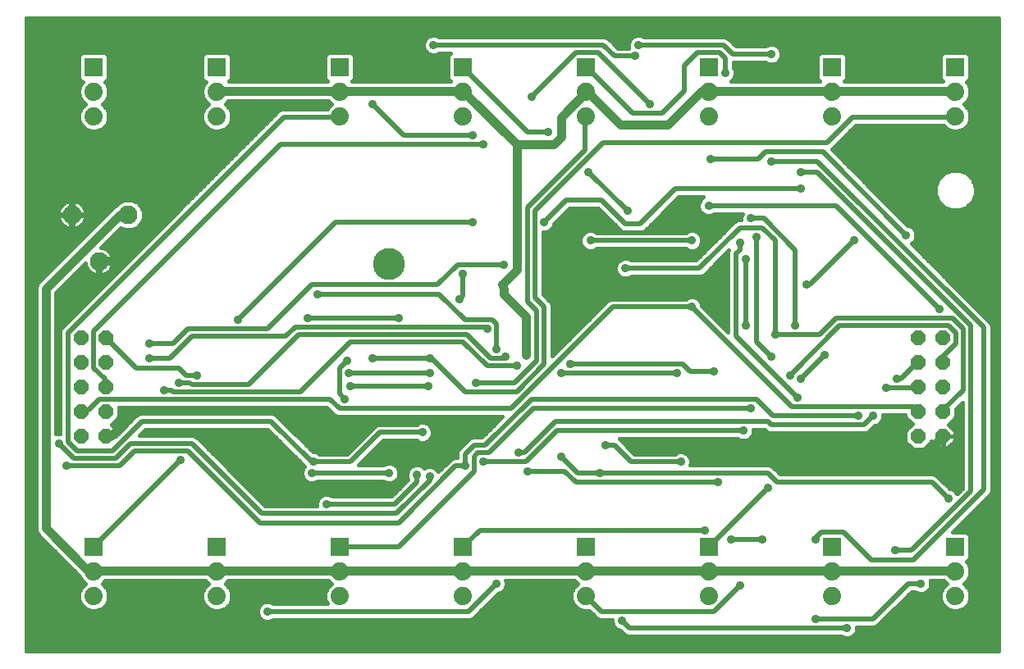
<source format=gbl>
G75*
%MOIN*%
%OFA0B0*%
%FSLAX25Y25*%
%IPPOS*%
%LPD*%
%AMOC8*
5,1,8,0,0,1.08239X$1,22.5*
%
%ADD10C,0.13000*%
%ADD11OC8,0.06000*%
%ADD12R,0.07400X0.07400*%
%ADD13C,0.07400*%
%ADD14C,0.07677*%
%ADD15C,0.03500*%
%ADD16C,0.03500*%
%ADD17C,0.01600*%
%ADD18C,0.02000*%
D10*
X0165000Y0161800D03*
D11*
X0050000Y0131800D03*
X0040000Y0131800D03*
X0040000Y0121800D03*
X0050000Y0121800D03*
X0050000Y0111800D03*
X0040000Y0111800D03*
X0040000Y0101800D03*
X0050000Y0101800D03*
X0050000Y0091800D03*
X0040000Y0091800D03*
X0380000Y0091800D03*
X0390000Y0091800D03*
X0390000Y0101800D03*
X0380000Y0101800D03*
X0380000Y0111800D03*
X0390000Y0111800D03*
X0390000Y0121800D03*
X0380000Y0121800D03*
X0380000Y0131800D03*
X0390000Y0131800D03*
D12*
X0395000Y0046800D03*
X0345000Y0046800D03*
X0295000Y0046800D03*
X0245000Y0046800D03*
X0195000Y0046800D03*
X0145000Y0046800D03*
X0095000Y0046800D03*
X0045000Y0046800D03*
X0045000Y0241800D03*
X0095000Y0241800D03*
X0145000Y0241800D03*
X0195000Y0241800D03*
X0245000Y0241800D03*
X0295000Y0241800D03*
X0345000Y0241800D03*
X0395000Y0241800D03*
D13*
X0395000Y0231800D03*
X0395000Y0221800D03*
X0345000Y0221800D03*
X0345000Y0231800D03*
X0295000Y0231800D03*
X0295000Y0221800D03*
X0245000Y0221800D03*
X0245000Y0231800D03*
X0195000Y0231800D03*
X0195000Y0221800D03*
X0145000Y0221800D03*
X0145000Y0231800D03*
X0095000Y0231800D03*
X0095000Y0221800D03*
X0045000Y0221800D03*
X0045000Y0231800D03*
X0045000Y0036800D03*
X0045000Y0026800D03*
X0095000Y0026800D03*
X0095000Y0036800D03*
X0145000Y0036800D03*
X0145000Y0026800D03*
X0195000Y0026800D03*
X0195000Y0036800D03*
X0245000Y0036800D03*
X0245000Y0026800D03*
X0295000Y0026800D03*
X0295000Y0036800D03*
X0345000Y0036800D03*
X0345000Y0026800D03*
X0395000Y0026800D03*
X0395000Y0036800D03*
D14*
X0058937Y0181800D03*
X0036102Y0181800D03*
X0047126Y0162902D03*
D15*
X0047250Y0163050D01*
X0055500Y0163050D01*
X0067500Y0175050D01*
X0058937Y0181800D02*
X0055500Y0181800D01*
X0025500Y0151800D01*
X0025500Y0054300D01*
X0042000Y0037800D01*
X0043500Y0037800D01*
X0045000Y0036800D01*
X0045000Y0037050D01*
X0094500Y0037050D01*
X0095000Y0036800D01*
X0096750Y0037050D01*
X0144750Y0037050D01*
X0145000Y0036800D01*
X0146250Y0037050D01*
X0195000Y0037050D01*
X0195000Y0036800D01*
X0196500Y0037050D01*
X0244500Y0037050D01*
X0245000Y0036800D01*
X0246750Y0037050D01*
X0294750Y0037050D01*
X0295000Y0036800D01*
X0296250Y0037050D01*
X0345000Y0037050D01*
X0345000Y0036800D01*
X0346500Y0037050D01*
X0394500Y0037050D01*
X0395000Y0036800D01*
X0383250Y0085050D02*
X0312000Y0085050D01*
X0383250Y0085050D02*
X0390000Y0091800D01*
X0249000Y0181050D02*
X0249000Y0183300D01*
X0249000Y0181050D02*
X0241500Y0173550D01*
X0241500Y0166800D01*
X0242250Y0165300D01*
X0245250Y0162300D01*
X0245250Y0144300D01*
X0220500Y0140550D02*
X0211500Y0149550D01*
X0211500Y0151800D01*
X0210750Y0153300D01*
X0216750Y0159300D01*
X0216750Y0210300D01*
X0231750Y0210300D01*
X0234750Y0213300D01*
X0234750Y0221550D01*
X0245000Y0231800D01*
X0246000Y0231300D01*
X0258750Y0218550D01*
X0278250Y0218550D01*
X0291750Y0232050D01*
X0293250Y0232050D01*
X0295000Y0231800D01*
X0295500Y0232050D01*
X0345000Y0232050D01*
X0345000Y0231800D01*
X0346500Y0232050D01*
X0394500Y0232050D01*
X0395000Y0231800D01*
X0216750Y0210300D02*
X0195000Y0232050D01*
X0195000Y0231800D01*
X0193500Y0232050D01*
X0145500Y0232050D01*
X0145000Y0231800D01*
X0143250Y0232050D01*
X0095250Y0232050D01*
X0095000Y0231800D01*
X0220500Y0140550D02*
X0220500Y0124800D01*
X0183750Y0095550D02*
X0180750Y0098550D01*
X0123000Y0098550D01*
X0119250Y0102300D01*
X0102750Y0102300D01*
X0062250Y0102300D01*
X0051750Y0091800D01*
X0050000Y0091800D01*
X0162000Y0087300D02*
X0170250Y0079050D01*
X0171750Y0079800D01*
X0180000Y0088050D01*
X0180750Y0088050D01*
X0183750Y0091050D01*
X0183750Y0095550D01*
X0170250Y0079050D02*
X0170250Y0073800D01*
D16*
X0170250Y0073800D03*
X0165000Y0076800D03*
X0176250Y0076050D03*
X0181500Y0075300D03*
X0195750Y0079800D03*
X0203250Y0081300D03*
X0217500Y0085050D03*
X0221250Y0077550D03*
X0234750Y0083550D03*
X0250500Y0076800D03*
X0252750Y0088050D03*
X0283500Y0081300D03*
X0298500Y0073050D03*
X0312000Y0085050D03*
X0309000Y0094050D03*
X0312000Y0103050D03*
X0330750Y0107550D03*
X0332250Y0115050D03*
X0327750Y0116550D03*
X0320250Y0124050D03*
X0321750Y0133050D03*
X0330000Y0136800D03*
X0342000Y0124800D03*
X0366750Y0111300D03*
X0371250Y0115050D03*
X0361500Y0100050D03*
X0355500Y0100050D03*
X0318750Y0070800D03*
X0293250Y0053550D03*
X0303750Y0049800D03*
X0316500Y0049800D03*
X0338250Y0049800D03*
X0370500Y0045300D03*
X0381000Y0031800D03*
X0351000Y0013800D03*
X0338250Y0017550D03*
X0307500Y0031050D03*
X0259500Y0016800D03*
X0208500Y0031800D03*
X0139500Y0064050D03*
X0133500Y0076800D03*
X0134250Y0081300D03*
X0162000Y0087300D03*
X0178500Y0093300D03*
X0180750Y0112050D03*
X0181500Y0117300D03*
X0181500Y0123300D03*
X0200250Y0113550D03*
X0212250Y0124050D03*
X0208500Y0127050D03*
X0220500Y0124800D03*
X0216750Y0120300D03*
X0234750Y0117300D03*
X0238500Y0121050D03*
X0245250Y0144300D03*
X0261000Y0160050D03*
X0246750Y0171300D03*
X0241500Y0166800D03*
X0228000Y0178800D03*
X0249000Y0183300D03*
X0261750Y0183300D03*
X0246000Y0199050D03*
X0229500Y0215550D03*
X0222750Y0229800D03*
X0198750Y0214050D03*
X0203250Y0210300D03*
X0158250Y0226800D03*
X0183000Y0250800D03*
X0264750Y0246300D03*
X0266250Y0250800D03*
X0270750Y0226800D03*
X0301500Y0239550D03*
X0320250Y0247050D03*
X0295500Y0204300D03*
X0320250Y0203550D03*
X0332250Y0199050D03*
X0332250Y0192300D03*
X0312000Y0180300D03*
X0314250Y0172800D03*
X0307500Y0170550D03*
X0309750Y0163800D03*
X0288000Y0171300D03*
X0294750Y0185550D03*
X0334500Y0153300D03*
X0354000Y0171300D03*
X0375000Y0173550D03*
X0388500Y0143550D03*
X0309750Y0136800D03*
X0288000Y0144300D03*
X0282000Y0117300D03*
X0297000Y0118050D03*
X0210750Y0153300D03*
X0211500Y0161550D03*
X0195000Y0157800D03*
X0193500Y0147300D03*
X0204750Y0135300D03*
X0168750Y0139800D03*
X0158250Y0123300D03*
X0147750Y0122550D03*
X0148500Y0117300D03*
X0149250Y0112050D03*
X0147000Y0106800D03*
X0102750Y0102300D03*
X0087000Y0116550D03*
X0079500Y0113550D03*
X0073500Y0110550D03*
X0067500Y0123300D03*
X0067500Y0129300D03*
X0103500Y0139050D03*
X0132000Y0139800D03*
X0135750Y0149550D03*
X0198750Y0178800D03*
X0067500Y0175050D03*
X0030750Y0088800D03*
X0033750Y0079800D03*
X0080250Y0082050D03*
X0115500Y0020550D03*
X0392250Y0066300D03*
D17*
X0017600Y0004400D02*
X0017600Y0261800D01*
X0412400Y0261800D01*
X0412400Y0004400D01*
X0017600Y0004400D01*
X0017600Y0004997D02*
X0412400Y0004997D01*
X0412400Y0006596D02*
X0017600Y0006596D01*
X0017600Y0008194D02*
X0412400Y0008194D01*
X0412400Y0009793D02*
X0351908Y0009793D01*
X0351806Y0009750D02*
X0353294Y0010367D01*
X0354433Y0011506D01*
X0355050Y0012994D01*
X0355050Y0014250D01*
X0362156Y0014250D01*
X0363369Y0014752D01*
X0377117Y0028500D01*
X0378572Y0028500D01*
X0378706Y0028367D01*
X0380194Y0027750D01*
X0381806Y0027750D01*
X0383294Y0028367D01*
X0384433Y0029506D01*
X0385050Y0030994D01*
X0385050Y0032606D01*
X0384887Y0033000D01*
X0390315Y0033000D01*
X0391515Y0031800D01*
X0389913Y0030199D01*
X0389000Y0027993D01*
X0389000Y0025607D01*
X0389913Y0023401D01*
X0391601Y0021713D01*
X0393807Y0020800D01*
X0396193Y0020800D01*
X0398399Y0021713D01*
X0400087Y0023401D01*
X0401000Y0025607D01*
X0401000Y0027993D01*
X0400087Y0030199D01*
X0398485Y0031800D01*
X0400087Y0033401D01*
X0401000Y0035607D01*
X0401000Y0037993D01*
X0400087Y0040199D01*
X0399485Y0040800D01*
X0399653Y0040800D01*
X0401000Y0042147D01*
X0401000Y0051453D01*
X0399653Y0052800D01*
X0393917Y0052800D01*
X0409298Y0068181D01*
X0409800Y0069394D01*
X0409800Y0136706D01*
X0409298Y0137919D01*
X0408369Y0138848D01*
X0377157Y0170060D01*
X0377294Y0170117D01*
X0378433Y0171256D01*
X0379050Y0172744D01*
X0379050Y0174356D01*
X0378433Y0175844D01*
X0377294Y0176983D01*
X0375806Y0177600D01*
X0375617Y0177600D01*
X0344792Y0208425D01*
X0345548Y0209181D01*
X0354617Y0218250D01*
X0390065Y0218250D01*
X0391601Y0216713D01*
X0393807Y0215800D01*
X0396193Y0215800D01*
X0398399Y0216713D01*
X0400087Y0218401D01*
X0401000Y0220607D01*
X0401000Y0222993D01*
X0400087Y0225199D01*
X0398485Y0226800D01*
X0400087Y0228401D01*
X0401000Y0230607D01*
X0401000Y0232993D01*
X0400087Y0235199D01*
X0399485Y0235800D01*
X0399653Y0235800D01*
X0401000Y0237147D01*
X0401000Y0246453D01*
X0399653Y0247800D01*
X0390347Y0247800D01*
X0389000Y0246453D01*
X0389000Y0237147D01*
X0390047Y0236100D01*
X0349953Y0236100D01*
X0351000Y0237147D01*
X0351000Y0246453D01*
X0349653Y0247800D01*
X0340347Y0247800D01*
X0339000Y0246453D01*
X0339000Y0237147D01*
X0340047Y0236100D01*
X0303754Y0236100D01*
X0303794Y0236117D01*
X0304933Y0237256D01*
X0305550Y0238744D01*
X0305550Y0240356D01*
X0304933Y0241844D01*
X0304800Y0241978D01*
X0304800Y0243750D01*
X0317822Y0243750D01*
X0317956Y0243617D01*
X0319444Y0243000D01*
X0321056Y0243000D01*
X0322544Y0243617D01*
X0323683Y0244756D01*
X0324300Y0246244D01*
X0324300Y0247856D01*
X0323683Y0249344D01*
X0322544Y0250483D01*
X0321056Y0251100D01*
X0319444Y0251100D01*
X0317956Y0250483D01*
X0317822Y0250350D01*
X0305867Y0250350D01*
X0303548Y0252669D01*
X0302619Y0253598D01*
X0301406Y0254100D01*
X0268678Y0254100D01*
X0268544Y0254233D01*
X0267056Y0254850D01*
X0265444Y0254850D01*
X0263956Y0254233D01*
X0262817Y0253094D01*
X0262200Y0251606D01*
X0262200Y0249994D01*
X0262351Y0249629D01*
X0262322Y0249600D01*
X0257867Y0249600D01*
X0254798Y0252669D01*
X0253869Y0253598D01*
X0252656Y0254100D01*
X0185428Y0254100D01*
X0185294Y0254233D01*
X0183806Y0254850D01*
X0182194Y0254850D01*
X0180706Y0254233D01*
X0179567Y0253094D01*
X0178950Y0251606D01*
X0178950Y0249994D01*
X0179567Y0248506D01*
X0180706Y0247367D01*
X0182194Y0246750D01*
X0183806Y0246750D01*
X0185294Y0247367D01*
X0185428Y0247500D01*
X0190047Y0247500D01*
X0189000Y0246453D01*
X0189000Y0237147D01*
X0190047Y0236100D01*
X0149953Y0236100D01*
X0151000Y0237147D01*
X0151000Y0246453D01*
X0149653Y0247800D01*
X0140347Y0247800D01*
X0139000Y0246453D01*
X0139000Y0237147D01*
X0140047Y0236100D01*
X0099953Y0236100D01*
X0101000Y0237147D01*
X0101000Y0246453D01*
X0099653Y0247800D01*
X0090347Y0247800D01*
X0089000Y0246453D01*
X0089000Y0237147D01*
X0090347Y0235800D01*
X0090515Y0235800D01*
X0089913Y0235199D01*
X0089000Y0232993D01*
X0089000Y0230607D01*
X0089913Y0228401D01*
X0091515Y0226800D01*
X0089913Y0225199D01*
X0089000Y0222993D01*
X0089000Y0220607D01*
X0089913Y0218401D01*
X0091601Y0216713D01*
X0093807Y0215800D01*
X0096193Y0215800D01*
X0098399Y0216713D01*
X0100087Y0218401D01*
X0101000Y0220607D01*
X0101000Y0222993D01*
X0100087Y0225199D01*
X0098485Y0226800D01*
X0099685Y0228000D01*
X0140315Y0228000D01*
X0141515Y0226800D01*
X0139913Y0225199D01*
X0139769Y0224850D01*
X0121594Y0224850D01*
X0120381Y0224348D01*
X0032631Y0136598D01*
X0031702Y0135669D01*
X0031200Y0134456D01*
X0031200Y0092850D01*
X0029944Y0092850D01*
X0029550Y0092687D01*
X0029550Y0150122D01*
X0041542Y0162114D01*
X0041626Y0161582D01*
X0041901Y0160738D01*
X0042303Y0159947D01*
X0042825Y0159229D01*
X0043453Y0158601D01*
X0044171Y0158080D01*
X0044962Y0157677D01*
X0045806Y0157403D01*
X0046646Y0157269D01*
X0046646Y0162423D01*
X0047606Y0162423D01*
X0047606Y0163382D01*
X0052759Y0163382D01*
X0052626Y0164223D01*
X0052351Y0165067D01*
X0051949Y0165858D01*
X0051427Y0166576D01*
X0050799Y0167203D01*
X0050081Y0167725D01*
X0049290Y0168128D01*
X0048446Y0168402D01*
X0047914Y0168486D01*
X0055858Y0176431D01*
X0057716Y0175661D01*
X0060158Y0175661D01*
X0062414Y0176596D01*
X0064141Y0178323D01*
X0065076Y0180579D01*
X0065076Y0183021D01*
X0064141Y0185277D01*
X0062414Y0187004D01*
X0060158Y0187939D01*
X0057716Y0187939D01*
X0055460Y0187004D01*
X0054031Y0185575D01*
X0053206Y0185233D01*
X0052067Y0184094D01*
X0022067Y0154094D01*
X0021450Y0152606D01*
X0021450Y0053494D01*
X0022067Y0052006D01*
X0023206Y0050867D01*
X0039378Y0034695D01*
X0039913Y0033401D01*
X0041515Y0031800D01*
X0039913Y0030199D01*
X0039000Y0027993D01*
X0039000Y0025607D01*
X0039913Y0023401D01*
X0041601Y0021713D01*
X0043807Y0020800D01*
X0046193Y0020800D01*
X0048399Y0021713D01*
X0050087Y0023401D01*
X0051000Y0025607D01*
X0051000Y0027993D01*
X0050087Y0030199D01*
X0048485Y0031800D01*
X0049685Y0033000D01*
X0090315Y0033000D01*
X0091515Y0031800D01*
X0089913Y0030199D01*
X0089000Y0027993D01*
X0089000Y0025607D01*
X0089913Y0023401D01*
X0091601Y0021713D01*
X0093807Y0020800D01*
X0096193Y0020800D01*
X0098399Y0021713D01*
X0100087Y0023401D01*
X0101000Y0025607D01*
X0101000Y0027993D01*
X0100087Y0030199D01*
X0098485Y0031800D01*
X0099685Y0033000D01*
X0140315Y0033000D01*
X0141515Y0031800D01*
X0139913Y0030199D01*
X0139000Y0027993D01*
X0139000Y0025607D01*
X0139728Y0023850D01*
X0117928Y0023850D01*
X0117794Y0023983D01*
X0116306Y0024600D01*
X0114694Y0024600D01*
X0113206Y0023983D01*
X0112067Y0022844D01*
X0111450Y0021356D01*
X0111450Y0019744D01*
X0112067Y0018256D01*
X0113206Y0017117D01*
X0114694Y0016500D01*
X0116306Y0016500D01*
X0117794Y0017117D01*
X0117928Y0017250D01*
X0197906Y0017250D01*
X0199119Y0017752D01*
X0209117Y0027750D01*
X0209306Y0027750D01*
X0210794Y0028367D01*
X0211933Y0029506D01*
X0212550Y0030994D01*
X0212550Y0032606D01*
X0212387Y0033000D01*
X0240315Y0033000D01*
X0241515Y0031800D01*
X0239913Y0030199D01*
X0239000Y0027993D01*
X0239000Y0025607D01*
X0239913Y0023401D01*
X0241601Y0021713D01*
X0243807Y0020800D01*
X0246193Y0020800D01*
X0246292Y0020841D01*
X0249381Y0017752D01*
X0250594Y0017250D01*
X0255450Y0017250D01*
X0255450Y0015994D01*
X0256067Y0014506D01*
X0257206Y0013367D01*
X0258694Y0012750D01*
X0258883Y0012750D01*
X0260631Y0011002D01*
X0261844Y0010500D01*
X0348572Y0010500D01*
X0348706Y0010367D01*
X0350194Y0009750D01*
X0351806Y0009750D01*
X0350092Y0009793D02*
X0017600Y0009793D01*
X0017600Y0011391D02*
X0260242Y0011391D01*
X0258116Y0012990D02*
X0017600Y0012990D01*
X0017600Y0014588D02*
X0256033Y0014588D01*
X0255450Y0016187D02*
X0017600Y0016187D01*
X0017600Y0017785D02*
X0112537Y0017785D01*
X0111599Y0019384D02*
X0017600Y0019384D01*
X0017600Y0020982D02*
X0043367Y0020982D01*
X0040734Y0022581D02*
X0017600Y0022581D01*
X0017600Y0024179D02*
X0039591Y0024179D01*
X0039000Y0025778D02*
X0017600Y0025778D01*
X0017600Y0027376D02*
X0039000Y0027376D01*
X0039406Y0028975D02*
X0017600Y0028975D01*
X0017600Y0030573D02*
X0040288Y0030573D01*
X0041143Y0032172D02*
X0017600Y0032172D01*
X0017600Y0033770D02*
X0039761Y0033770D01*
X0038704Y0035369D02*
X0017600Y0035369D01*
X0017600Y0036967D02*
X0037105Y0036967D01*
X0035507Y0038566D02*
X0017600Y0038566D01*
X0017600Y0040164D02*
X0033908Y0040164D01*
X0032310Y0041763D02*
X0017600Y0041763D01*
X0017600Y0043361D02*
X0030711Y0043361D01*
X0029113Y0044960D02*
X0017600Y0044960D01*
X0017600Y0046558D02*
X0027514Y0046558D01*
X0025916Y0048157D02*
X0017600Y0048157D01*
X0017600Y0049755D02*
X0024317Y0049755D01*
X0023206Y0050867D02*
X0023206Y0050867D01*
X0022719Y0051354D02*
X0017600Y0051354D01*
X0017600Y0052952D02*
X0021675Y0052952D01*
X0021450Y0054551D02*
X0017600Y0054551D01*
X0017600Y0056149D02*
X0021450Y0056149D01*
X0021450Y0057748D02*
X0017600Y0057748D01*
X0017600Y0059346D02*
X0021450Y0059346D01*
X0021450Y0060945D02*
X0017600Y0060945D01*
X0017600Y0062543D02*
X0021450Y0062543D01*
X0021450Y0064142D02*
X0017600Y0064142D01*
X0017600Y0065740D02*
X0021450Y0065740D01*
X0021450Y0067339D02*
X0017600Y0067339D01*
X0017600Y0068937D02*
X0021450Y0068937D01*
X0021450Y0070536D02*
X0017600Y0070536D01*
X0017600Y0072134D02*
X0021450Y0072134D01*
X0021450Y0073733D02*
X0017600Y0073733D01*
X0017600Y0075332D02*
X0021450Y0075332D01*
X0021450Y0076930D02*
X0017600Y0076930D01*
X0017600Y0078529D02*
X0021450Y0078529D01*
X0021450Y0080127D02*
X0017600Y0080127D01*
X0017600Y0081726D02*
X0021450Y0081726D01*
X0021450Y0083324D02*
X0017600Y0083324D01*
X0017600Y0084923D02*
X0021450Y0084923D01*
X0021450Y0086521D02*
X0017600Y0086521D01*
X0017600Y0088120D02*
X0021450Y0088120D01*
X0021450Y0089718D02*
X0017600Y0089718D01*
X0017600Y0091317D02*
X0021450Y0091317D01*
X0021450Y0092915D02*
X0017600Y0092915D01*
X0017600Y0094514D02*
X0021450Y0094514D01*
X0021450Y0096112D02*
X0017600Y0096112D01*
X0017600Y0097711D02*
X0021450Y0097711D01*
X0021450Y0099309D02*
X0017600Y0099309D01*
X0017600Y0100908D02*
X0021450Y0100908D01*
X0021450Y0102506D02*
X0017600Y0102506D01*
X0017600Y0104105D02*
X0021450Y0104105D01*
X0021450Y0105703D02*
X0017600Y0105703D01*
X0017600Y0107302D02*
X0021450Y0107302D01*
X0021450Y0108900D02*
X0017600Y0108900D01*
X0017600Y0110499D02*
X0021450Y0110499D01*
X0021450Y0112097D02*
X0017600Y0112097D01*
X0017600Y0113696D02*
X0021450Y0113696D01*
X0021450Y0115294D02*
X0017600Y0115294D01*
X0017600Y0116893D02*
X0021450Y0116893D01*
X0021450Y0118491D02*
X0017600Y0118491D01*
X0017600Y0120090D02*
X0021450Y0120090D01*
X0021450Y0121688D02*
X0017600Y0121688D01*
X0017600Y0123287D02*
X0021450Y0123287D01*
X0021450Y0124885D02*
X0017600Y0124885D01*
X0017600Y0126484D02*
X0021450Y0126484D01*
X0021450Y0128082D02*
X0017600Y0128082D01*
X0017600Y0129681D02*
X0021450Y0129681D01*
X0021450Y0131279D02*
X0017600Y0131279D01*
X0017600Y0132878D02*
X0021450Y0132878D01*
X0021450Y0134476D02*
X0017600Y0134476D01*
X0017600Y0136075D02*
X0021450Y0136075D01*
X0021450Y0137673D02*
X0017600Y0137673D01*
X0017600Y0139272D02*
X0021450Y0139272D01*
X0021450Y0140870D02*
X0017600Y0140870D01*
X0017600Y0142469D02*
X0021450Y0142469D01*
X0021450Y0144068D02*
X0017600Y0144068D01*
X0017600Y0145666D02*
X0021450Y0145666D01*
X0021450Y0147265D02*
X0017600Y0147265D01*
X0017600Y0148863D02*
X0021450Y0148863D01*
X0021450Y0150462D02*
X0017600Y0150462D01*
X0017600Y0152060D02*
X0021450Y0152060D01*
X0021886Y0153659D02*
X0017600Y0153659D01*
X0017600Y0155257D02*
X0023230Y0155257D01*
X0024828Y0156856D02*
X0017600Y0156856D01*
X0017600Y0158454D02*
X0026427Y0158454D01*
X0028025Y0160053D02*
X0017600Y0160053D01*
X0017600Y0161651D02*
X0029624Y0161651D01*
X0031222Y0163250D02*
X0017600Y0163250D01*
X0017600Y0164848D02*
X0032821Y0164848D01*
X0034419Y0166447D02*
X0017600Y0166447D01*
X0017600Y0168045D02*
X0036018Y0168045D01*
X0037616Y0169644D02*
X0017600Y0169644D01*
X0017600Y0171242D02*
X0039215Y0171242D01*
X0040813Y0172841D02*
X0017600Y0172841D01*
X0017600Y0174439D02*
X0042412Y0174439D01*
X0044010Y0176038D02*
X0017600Y0176038D01*
X0017600Y0177636D02*
X0032292Y0177636D01*
X0032429Y0177499D02*
X0033147Y0176977D01*
X0033938Y0176575D01*
X0034782Y0176300D01*
X0035623Y0176167D01*
X0035623Y0181320D01*
X0036582Y0181320D01*
X0036582Y0176167D01*
X0037423Y0176300D01*
X0038267Y0176575D01*
X0039058Y0176977D01*
X0039776Y0177499D01*
X0040403Y0178127D01*
X0040925Y0178845D01*
X0041328Y0179636D01*
X0041602Y0180480D01*
X0041735Y0181320D01*
X0036582Y0181320D01*
X0036582Y0182280D01*
X0035623Y0182280D01*
X0035623Y0187433D01*
X0034782Y0187300D01*
X0033938Y0187025D01*
X0033147Y0186623D01*
X0032429Y0186101D01*
X0031801Y0185473D01*
X0031280Y0184755D01*
X0030877Y0183964D01*
X0030603Y0183120D01*
X0030469Y0182280D01*
X0035623Y0182280D01*
X0035623Y0181320D01*
X0030469Y0181320D01*
X0030603Y0180480D01*
X0030877Y0179636D01*
X0031280Y0178845D01*
X0031801Y0178127D01*
X0032429Y0177499D01*
X0031081Y0179235D02*
X0017600Y0179235D01*
X0017600Y0180833D02*
X0030547Y0180833D01*
X0030494Y0182432D02*
X0017600Y0182432D01*
X0017600Y0184030D02*
X0030910Y0184030D01*
X0031957Y0185629D02*
X0017600Y0185629D01*
X0017600Y0187227D02*
X0034559Y0187227D01*
X0035623Y0187227D02*
X0036582Y0187227D01*
X0036582Y0187433D02*
X0036582Y0182280D01*
X0041735Y0182280D01*
X0041602Y0183120D01*
X0041328Y0183964D01*
X0040925Y0184755D01*
X0040403Y0185473D01*
X0039776Y0186101D01*
X0039058Y0186623D01*
X0038267Y0187025D01*
X0037423Y0187300D01*
X0036582Y0187433D01*
X0037646Y0187227D02*
X0055999Y0187227D01*
X0054085Y0185629D02*
X0040248Y0185629D01*
X0041294Y0184030D02*
X0052003Y0184030D01*
X0050404Y0182432D02*
X0041711Y0182432D01*
X0041658Y0180833D02*
X0048806Y0180833D01*
X0047207Y0179235D02*
X0041124Y0179235D01*
X0039913Y0177636D02*
X0045609Y0177636D01*
X0052268Y0172841D02*
X0068874Y0172841D01*
X0070472Y0174439D02*
X0053867Y0174439D01*
X0055465Y0176038D02*
X0056807Y0176038D01*
X0061067Y0176038D02*
X0072071Y0176038D01*
X0073669Y0177636D02*
X0063455Y0177636D01*
X0064519Y0179235D02*
X0075268Y0179235D01*
X0076866Y0180833D02*
X0065076Y0180833D01*
X0065076Y0182432D02*
X0078465Y0182432D01*
X0080063Y0184030D02*
X0064658Y0184030D01*
X0063789Y0185629D02*
X0081662Y0185629D01*
X0083260Y0187227D02*
X0061875Y0187227D01*
X0067275Y0171242D02*
X0050670Y0171242D01*
X0049071Y0169644D02*
X0065677Y0169644D01*
X0064078Y0168045D02*
X0049453Y0168045D01*
X0051521Y0166447D02*
X0062480Y0166447D01*
X0060881Y0164848D02*
X0052423Y0164848D01*
X0052759Y0162423D02*
X0047606Y0162423D01*
X0047606Y0157269D01*
X0048446Y0157403D01*
X0049290Y0157677D01*
X0050081Y0158080D01*
X0050799Y0158601D01*
X0051427Y0159229D01*
X0051949Y0159947D01*
X0052351Y0160738D01*
X0052626Y0161582D01*
X0052759Y0162423D01*
X0052637Y0161651D02*
X0057684Y0161651D01*
X0056086Y0160053D02*
X0052002Y0160053D01*
X0050596Y0158454D02*
X0054487Y0158454D01*
X0052889Y0156856D02*
X0036283Y0156856D01*
X0037882Y0158454D02*
X0043656Y0158454D01*
X0042250Y0160053D02*
X0039480Y0160053D01*
X0041079Y0161651D02*
X0041615Y0161651D01*
X0046646Y0161651D02*
X0047606Y0161651D01*
X0047606Y0160053D02*
X0046646Y0160053D01*
X0046646Y0158454D02*
X0047606Y0158454D01*
X0051290Y0155257D02*
X0034685Y0155257D01*
X0033086Y0153659D02*
X0049692Y0153659D01*
X0048093Y0152060D02*
X0031488Y0152060D01*
X0029889Y0150462D02*
X0046495Y0150462D01*
X0044896Y0148863D02*
X0029550Y0148863D01*
X0029550Y0147265D02*
X0043298Y0147265D01*
X0041699Y0145666D02*
X0029550Y0145666D01*
X0029550Y0144068D02*
X0040101Y0144068D01*
X0038502Y0142469D02*
X0029550Y0142469D01*
X0029550Y0140870D02*
X0036904Y0140870D01*
X0035305Y0139272D02*
X0029550Y0139272D01*
X0029550Y0137673D02*
X0033707Y0137673D01*
X0032108Y0136075D02*
X0029550Y0136075D01*
X0029550Y0134476D02*
X0031208Y0134476D01*
X0031200Y0132878D02*
X0029550Y0132878D01*
X0029550Y0131279D02*
X0031200Y0131279D01*
X0031200Y0129681D02*
X0029550Y0129681D01*
X0029550Y0128082D02*
X0031200Y0128082D01*
X0031200Y0126484D02*
X0029550Y0126484D01*
X0029550Y0124885D02*
X0031200Y0124885D01*
X0031200Y0123287D02*
X0029550Y0123287D01*
X0029550Y0121688D02*
X0031200Y0121688D01*
X0031200Y0120090D02*
X0029550Y0120090D01*
X0029550Y0118491D02*
X0031200Y0118491D01*
X0031200Y0116893D02*
X0029550Y0116893D01*
X0029550Y0115294D02*
X0031200Y0115294D01*
X0031200Y0113696D02*
X0029550Y0113696D01*
X0029550Y0112097D02*
X0031200Y0112097D01*
X0031200Y0110499D02*
X0029550Y0110499D01*
X0029550Y0108900D02*
X0031200Y0108900D01*
X0031200Y0107302D02*
X0029550Y0107302D01*
X0029550Y0105703D02*
X0031200Y0105703D01*
X0031200Y0104105D02*
X0029550Y0104105D01*
X0029550Y0102506D02*
X0031200Y0102506D01*
X0031200Y0100908D02*
X0029550Y0100908D01*
X0029550Y0099309D02*
X0031200Y0099309D01*
X0031200Y0097711D02*
X0029550Y0097711D01*
X0029550Y0096112D02*
X0031200Y0096112D01*
X0031200Y0094514D02*
X0029550Y0094514D01*
X0029550Y0092915D02*
X0031200Y0092915D01*
X0050100Y0091900D02*
X0053933Y0091900D01*
X0053733Y0091700D01*
X0050100Y0091700D01*
X0050100Y0091900D01*
X0054075Y0094514D02*
X0056547Y0094514D01*
X0054800Y0093788D02*
X0052088Y0096500D01*
X0052195Y0096500D01*
X0055300Y0099605D01*
X0055300Y0103500D01*
X0139633Y0103500D01*
X0141952Y0101181D01*
X0142881Y0100252D01*
X0144094Y0099750D01*
X0211033Y0099750D01*
X0202633Y0091350D01*
X0198844Y0091350D01*
X0197631Y0090848D01*
X0193881Y0087098D01*
X0192952Y0086169D01*
X0192450Y0084956D01*
X0192450Y0083100D01*
X0191344Y0083100D01*
X0190131Y0082598D01*
X0184990Y0077457D01*
X0184933Y0077594D01*
X0183794Y0078733D01*
X0182306Y0079350D01*
X0180694Y0079350D01*
X0179268Y0078759D01*
X0178544Y0079483D01*
X0177056Y0080100D01*
X0175444Y0080100D01*
X0173956Y0079483D01*
X0172817Y0078344D01*
X0172200Y0076856D01*
X0172200Y0075244D01*
X0172662Y0074129D01*
X0165883Y0067350D01*
X0141928Y0067350D01*
X0141794Y0067483D01*
X0140306Y0068100D01*
X0138694Y0068100D01*
X0137206Y0067483D01*
X0136067Y0066344D01*
X0135450Y0064856D01*
X0135450Y0063600D01*
X0114617Y0063600D01*
X0087548Y0090669D01*
X0086619Y0091598D01*
X0085406Y0092100D01*
X0063467Y0092100D01*
X0065867Y0094500D01*
X0115633Y0094500D01*
X0130553Y0079580D01*
X0130067Y0079094D01*
X0129450Y0077606D01*
X0129450Y0075994D01*
X0130067Y0074506D01*
X0131206Y0073367D01*
X0132694Y0072750D01*
X0134306Y0072750D01*
X0135794Y0073367D01*
X0135928Y0073500D01*
X0162572Y0073500D01*
X0162706Y0073367D01*
X0164194Y0072750D01*
X0165806Y0072750D01*
X0167294Y0073367D01*
X0168433Y0074506D01*
X0169050Y0075994D01*
X0169050Y0077606D01*
X0168433Y0079094D01*
X0167294Y0080233D01*
X0165806Y0080850D01*
X0164194Y0080850D01*
X0162706Y0080233D01*
X0162572Y0080100D01*
X0152717Y0080100D01*
X0162617Y0090000D01*
X0176072Y0090000D01*
X0176206Y0089867D01*
X0177694Y0089250D01*
X0179306Y0089250D01*
X0180794Y0089867D01*
X0181933Y0091006D01*
X0182550Y0092494D01*
X0182550Y0094106D01*
X0181933Y0095594D01*
X0180794Y0096733D01*
X0179306Y0097350D01*
X0177694Y0097350D01*
X0176206Y0096733D01*
X0176072Y0096600D01*
X0160594Y0096600D01*
X0159381Y0096098D01*
X0158452Y0095169D01*
X0147883Y0084600D01*
X0136678Y0084600D01*
X0136544Y0084733D01*
X0135056Y0085350D01*
X0134117Y0085350D01*
X0118869Y0100598D01*
X0117656Y0101100D01*
X0063844Y0101100D01*
X0062631Y0100598D01*
X0061702Y0099669D01*
X0054800Y0092767D01*
X0054800Y0093788D01*
X0054800Y0092915D02*
X0054948Y0092915D01*
X0052476Y0096112D02*
X0058145Y0096112D01*
X0059744Y0097711D02*
X0053406Y0097711D01*
X0055005Y0099309D02*
X0061342Y0099309D01*
X0063379Y0100908D02*
X0055300Y0100908D01*
X0055300Y0102506D02*
X0140627Y0102506D01*
X0142225Y0100908D02*
X0118121Y0100908D01*
X0120158Y0099309D02*
X0210592Y0099309D01*
X0208994Y0097711D02*
X0121756Y0097711D01*
X0123355Y0096112D02*
X0159416Y0096112D01*
X0157797Y0094514D02*
X0124953Y0094514D01*
X0126552Y0092915D02*
X0156198Y0092915D01*
X0154600Y0091317D02*
X0128150Y0091317D01*
X0129749Y0089718D02*
X0153001Y0089718D01*
X0151403Y0088120D02*
X0131347Y0088120D01*
X0132946Y0086521D02*
X0149804Y0086521D01*
X0148206Y0084923D02*
X0136087Y0084923D01*
X0130006Y0080127D02*
X0098090Y0080127D01*
X0099688Y0078529D02*
X0129832Y0078529D01*
X0129450Y0076930D02*
X0101287Y0076930D01*
X0102885Y0075332D02*
X0129725Y0075332D01*
X0130839Y0073733D02*
X0104484Y0073733D01*
X0106082Y0072134D02*
X0170668Y0072134D01*
X0169069Y0070536D02*
X0107681Y0070536D01*
X0109279Y0068937D02*
X0167471Y0068937D01*
X0167661Y0073733D02*
X0172266Y0073733D01*
X0172200Y0075332D02*
X0168775Y0075332D01*
X0169050Y0076930D02*
X0172231Y0076930D01*
X0173001Y0078529D02*
X0168668Y0078529D01*
X0167400Y0080127D02*
X0187660Y0080127D01*
X0186062Y0078529D02*
X0183999Y0078529D01*
X0189259Y0081726D02*
X0154342Y0081726D01*
X0152744Y0080127D02*
X0162600Y0080127D01*
X0157539Y0084923D02*
X0192450Y0084923D01*
X0192450Y0083324D02*
X0155941Y0083324D01*
X0159138Y0086521D02*
X0193304Y0086521D01*
X0194903Y0088120D02*
X0160736Y0088120D01*
X0162335Y0089718D02*
X0176564Y0089718D01*
X0180436Y0089718D02*
X0196501Y0089718D01*
X0198763Y0091317D02*
X0182062Y0091317D01*
X0182550Y0092915D02*
X0204198Y0092915D01*
X0205797Y0094514D02*
X0182381Y0094514D01*
X0181415Y0096112D02*
X0207395Y0096112D01*
X0231300Y0124517D02*
X0231300Y0144956D01*
X0230798Y0146169D01*
X0229869Y0147098D01*
X0227550Y0149417D01*
X0227550Y0174750D01*
X0228806Y0174750D01*
X0230294Y0175367D01*
X0231433Y0176506D01*
X0232050Y0177994D01*
X0232050Y0178183D01*
X0238367Y0184500D01*
X0249883Y0184500D01*
X0259131Y0175252D01*
X0260344Y0174750D01*
X0267656Y0174750D01*
X0268869Y0175252D01*
X0269798Y0176181D01*
X0282617Y0189000D01*
X0292496Y0189000D01*
X0292456Y0188983D01*
X0291317Y0187844D01*
X0290700Y0186356D01*
X0290700Y0184744D01*
X0291317Y0183256D01*
X0292456Y0182117D01*
X0293944Y0181500D01*
X0295556Y0181500D01*
X0297044Y0182117D01*
X0297178Y0182250D01*
X0308424Y0182250D01*
X0307950Y0181106D01*
X0307950Y0179850D01*
X0306844Y0179850D01*
X0305631Y0179348D01*
X0304702Y0178419D01*
X0289633Y0163350D01*
X0263428Y0163350D01*
X0263294Y0163483D01*
X0261806Y0164100D01*
X0260194Y0164100D01*
X0258706Y0163483D01*
X0257567Y0162344D01*
X0256950Y0160856D01*
X0256950Y0159244D01*
X0257567Y0157756D01*
X0258706Y0156617D01*
X0260194Y0156000D01*
X0261806Y0156000D01*
X0263294Y0156617D01*
X0263428Y0156750D01*
X0291656Y0156750D01*
X0292869Y0157252D01*
X0302966Y0167350D01*
X0302700Y0166706D01*
X0302700Y0134267D01*
X0292050Y0144917D01*
X0292050Y0145106D01*
X0291433Y0146594D01*
X0290294Y0147733D01*
X0288806Y0148350D01*
X0287194Y0148350D01*
X0285706Y0147733D01*
X0285572Y0147600D01*
X0255094Y0147600D01*
X0253881Y0147098D01*
X0252952Y0146169D01*
X0231300Y0124517D01*
X0231300Y0124885D02*
X0231668Y0124885D01*
X0231300Y0126484D02*
X0233267Y0126484D01*
X0234866Y0128082D02*
X0231300Y0128082D01*
X0231300Y0129681D02*
X0236464Y0129681D01*
X0238063Y0131279D02*
X0231300Y0131279D01*
X0231300Y0132878D02*
X0239661Y0132878D01*
X0241260Y0134476D02*
X0231300Y0134476D01*
X0231300Y0136075D02*
X0242858Y0136075D01*
X0244457Y0137673D02*
X0231300Y0137673D01*
X0231300Y0139272D02*
X0246055Y0139272D01*
X0247654Y0140870D02*
X0231300Y0140870D01*
X0231300Y0142469D02*
X0249252Y0142469D01*
X0250851Y0144068D02*
X0231300Y0144068D01*
X0231006Y0145666D02*
X0252449Y0145666D01*
X0254284Y0147265D02*
X0229702Y0147265D01*
X0228104Y0148863D02*
X0302700Y0148863D01*
X0302700Y0147265D02*
X0290763Y0147265D01*
X0291818Y0145666D02*
X0302700Y0145666D01*
X0302700Y0144068D02*
X0292899Y0144068D01*
X0294498Y0142469D02*
X0302700Y0142469D01*
X0302700Y0140870D02*
X0296096Y0140870D01*
X0297695Y0139272D02*
X0302700Y0139272D01*
X0302700Y0137673D02*
X0299293Y0137673D01*
X0300892Y0136075D02*
X0302700Y0136075D01*
X0302700Y0134476D02*
X0302490Y0134476D01*
X0302700Y0150462D02*
X0227550Y0150462D01*
X0227550Y0152060D02*
X0302700Y0152060D01*
X0302700Y0153659D02*
X0227550Y0153659D01*
X0227550Y0155257D02*
X0302700Y0155257D01*
X0302700Y0156856D02*
X0291911Y0156856D01*
X0294071Y0158454D02*
X0302700Y0158454D01*
X0302700Y0160053D02*
X0295670Y0160053D01*
X0297268Y0161651D02*
X0302700Y0161651D01*
X0302700Y0163250D02*
X0298867Y0163250D01*
X0300465Y0164848D02*
X0302700Y0164848D01*
X0302700Y0166447D02*
X0302064Y0166447D01*
X0297525Y0171242D02*
X0292050Y0171242D01*
X0292050Y0170494D02*
X0292050Y0172106D01*
X0291433Y0173594D01*
X0290294Y0174733D01*
X0288806Y0175350D01*
X0287194Y0175350D01*
X0285706Y0174733D01*
X0285572Y0174600D01*
X0249178Y0174600D01*
X0249044Y0174733D01*
X0247556Y0175350D01*
X0245944Y0175350D01*
X0244456Y0174733D01*
X0243317Y0173594D01*
X0242700Y0172106D01*
X0242700Y0170494D01*
X0243317Y0169006D01*
X0244456Y0167867D01*
X0245944Y0167250D01*
X0247556Y0167250D01*
X0249044Y0167867D01*
X0249178Y0168000D01*
X0285572Y0168000D01*
X0285706Y0167867D01*
X0287194Y0167250D01*
X0288806Y0167250D01*
X0290294Y0167867D01*
X0291433Y0169006D01*
X0292050Y0170494D01*
X0291698Y0169644D02*
X0295927Y0169644D01*
X0294328Y0168045D02*
X0290473Y0168045D01*
X0292730Y0166447D02*
X0227550Y0166447D01*
X0227550Y0168045D02*
X0244277Y0168045D01*
X0243052Y0169644D02*
X0227550Y0169644D01*
X0227550Y0171242D02*
X0242700Y0171242D01*
X0243005Y0172841D02*
X0227550Y0172841D01*
X0227550Y0174439D02*
X0244162Y0174439D01*
X0251951Y0182432D02*
X0236299Y0182432D01*
X0237897Y0184030D02*
X0250353Y0184030D01*
X0253550Y0180833D02*
X0234700Y0180833D01*
X0233102Y0179235D02*
X0255148Y0179235D01*
X0256747Y0177636D02*
X0231902Y0177636D01*
X0230965Y0176038D02*
X0258345Y0176038D01*
X0269655Y0176038D02*
X0302321Y0176038D01*
X0303919Y0177636D02*
X0271253Y0177636D01*
X0272852Y0179235D02*
X0305518Y0179235D01*
X0307950Y0180833D02*
X0274450Y0180833D01*
X0276049Y0182432D02*
X0292141Y0182432D01*
X0290996Y0184030D02*
X0277647Y0184030D01*
X0279246Y0185629D02*
X0290700Y0185629D01*
X0291061Y0187227D02*
X0280844Y0187227D01*
X0282443Y0188826D02*
X0292298Y0188826D01*
X0290588Y0174439D02*
X0300722Y0174439D01*
X0299124Y0172841D02*
X0291745Y0172841D01*
X0291131Y0164848D02*
X0227550Y0164848D01*
X0227550Y0163250D02*
X0258472Y0163250D01*
X0257280Y0161651D02*
X0227550Y0161651D01*
X0227550Y0160053D02*
X0256950Y0160053D01*
X0257277Y0158454D02*
X0227550Y0158454D01*
X0227550Y0156856D02*
X0258467Y0156856D01*
X0345209Y0208008D02*
X0412400Y0208008D01*
X0412400Y0209606D02*
X0345973Y0209606D01*
X0347572Y0211205D02*
X0412400Y0211205D01*
X0412400Y0212803D02*
X0349170Y0212803D01*
X0350769Y0214402D02*
X0412400Y0214402D01*
X0412400Y0216001D02*
X0396678Y0216001D01*
X0399284Y0217599D02*
X0412400Y0217599D01*
X0412400Y0219198D02*
X0400416Y0219198D01*
X0401000Y0220796D02*
X0412400Y0220796D01*
X0412400Y0222395D02*
X0401000Y0222395D01*
X0400586Y0223993D02*
X0412400Y0223993D01*
X0412400Y0225592D02*
X0399694Y0225592D01*
X0398875Y0227190D02*
X0412400Y0227190D01*
X0412400Y0228789D02*
X0400247Y0228789D01*
X0400909Y0230387D02*
X0412400Y0230387D01*
X0412400Y0231986D02*
X0401000Y0231986D01*
X0400755Y0233584D02*
X0412400Y0233584D01*
X0412400Y0235183D02*
X0400093Y0235183D01*
X0400634Y0236781D02*
X0412400Y0236781D01*
X0412400Y0238380D02*
X0401000Y0238380D01*
X0401000Y0239978D02*
X0412400Y0239978D01*
X0412400Y0241577D02*
X0401000Y0241577D01*
X0401000Y0243175D02*
X0412400Y0243175D01*
X0412400Y0244774D02*
X0401000Y0244774D01*
X0401000Y0246372D02*
X0412400Y0246372D01*
X0412400Y0247971D02*
X0324252Y0247971D01*
X0324300Y0246372D02*
X0339000Y0246372D01*
X0339000Y0244774D02*
X0323691Y0244774D01*
X0321479Y0243175D02*
X0339000Y0243175D01*
X0339000Y0241577D02*
X0305044Y0241577D01*
X0304800Y0243175D02*
X0319021Y0243175D01*
X0323458Y0249569D02*
X0412400Y0249569D01*
X0412400Y0251168D02*
X0305049Y0251168D01*
X0303451Y0252766D02*
X0412400Y0252766D01*
X0412400Y0254365D02*
X0268227Y0254365D01*
X0264273Y0254365D02*
X0184977Y0254365D01*
X0181023Y0254365D02*
X0017600Y0254365D01*
X0017600Y0255963D02*
X0412400Y0255963D01*
X0412400Y0257562D02*
X0017600Y0257562D01*
X0017600Y0259160D02*
X0412400Y0259160D01*
X0412400Y0260759D02*
X0017600Y0260759D01*
X0017600Y0252766D02*
X0179431Y0252766D01*
X0178950Y0251168D02*
X0017600Y0251168D01*
X0017600Y0249569D02*
X0179126Y0249569D01*
X0180102Y0247971D02*
X0017600Y0247971D01*
X0017600Y0246372D02*
X0039000Y0246372D01*
X0039000Y0246453D02*
X0039000Y0237147D01*
X0040347Y0235800D01*
X0040515Y0235800D01*
X0039913Y0235199D01*
X0039000Y0232993D01*
X0039000Y0230607D01*
X0039913Y0228401D01*
X0041515Y0226800D01*
X0039913Y0225199D01*
X0039000Y0222993D01*
X0039000Y0220607D01*
X0039913Y0218401D01*
X0041601Y0216713D01*
X0043807Y0215800D01*
X0046193Y0215800D01*
X0048399Y0216713D01*
X0050087Y0218401D01*
X0051000Y0220607D01*
X0051000Y0222993D01*
X0050087Y0225199D01*
X0048485Y0226800D01*
X0050087Y0228401D01*
X0051000Y0230607D01*
X0051000Y0232993D01*
X0050087Y0235199D01*
X0049485Y0235800D01*
X0049653Y0235800D01*
X0051000Y0237147D01*
X0051000Y0246453D01*
X0049653Y0247800D01*
X0040347Y0247800D01*
X0039000Y0246453D01*
X0039000Y0244774D02*
X0017600Y0244774D01*
X0017600Y0243175D02*
X0039000Y0243175D01*
X0039000Y0241577D02*
X0017600Y0241577D01*
X0017600Y0239978D02*
X0039000Y0239978D01*
X0039000Y0238380D02*
X0017600Y0238380D01*
X0017600Y0236781D02*
X0039366Y0236781D01*
X0039907Y0235183D02*
X0017600Y0235183D01*
X0017600Y0233584D02*
X0039245Y0233584D01*
X0039000Y0231986D02*
X0017600Y0231986D01*
X0017600Y0230387D02*
X0039091Y0230387D01*
X0039753Y0228789D02*
X0017600Y0228789D01*
X0017600Y0227190D02*
X0041125Y0227190D01*
X0040306Y0225592D02*
X0017600Y0225592D01*
X0017600Y0223993D02*
X0039414Y0223993D01*
X0039000Y0222395D02*
X0017600Y0222395D01*
X0017600Y0220796D02*
X0039000Y0220796D01*
X0039584Y0219198D02*
X0017600Y0219198D01*
X0017600Y0217599D02*
X0040716Y0217599D01*
X0043322Y0216001D02*
X0017600Y0216001D01*
X0017600Y0214402D02*
X0110435Y0214402D01*
X0108837Y0212803D02*
X0017600Y0212803D01*
X0017600Y0211205D02*
X0107238Y0211205D01*
X0105640Y0209606D02*
X0017600Y0209606D01*
X0017600Y0208008D02*
X0104041Y0208008D01*
X0102443Y0206409D02*
X0017600Y0206409D01*
X0017600Y0204811D02*
X0100844Y0204811D01*
X0099246Y0203212D02*
X0017600Y0203212D01*
X0017600Y0201614D02*
X0097647Y0201614D01*
X0096049Y0200015D02*
X0017600Y0200015D01*
X0017600Y0198417D02*
X0094450Y0198417D01*
X0092851Y0196818D02*
X0017600Y0196818D01*
X0017600Y0195220D02*
X0091253Y0195220D01*
X0089654Y0193621D02*
X0017600Y0193621D01*
X0017600Y0192023D02*
X0088056Y0192023D01*
X0086457Y0190424D02*
X0017600Y0190424D01*
X0017600Y0188826D02*
X0084859Y0188826D01*
X0093322Y0216001D02*
X0046678Y0216001D01*
X0049284Y0217599D02*
X0090716Y0217599D01*
X0089584Y0219198D02*
X0050416Y0219198D01*
X0051000Y0220796D02*
X0089000Y0220796D01*
X0089000Y0222395D02*
X0051000Y0222395D01*
X0050586Y0223993D02*
X0089414Y0223993D01*
X0090306Y0225592D02*
X0049694Y0225592D01*
X0048875Y0227190D02*
X0091125Y0227190D01*
X0089753Y0228789D02*
X0050247Y0228789D01*
X0050909Y0230387D02*
X0089091Y0230387D01*
X0089000Y0231986D02*
X0051000Y0231986D01*
X0050755Y0233584D02*
X0089245Y0233584D01*
X0089907Y0235183D02*
X0050093Y0235183D01*
X0050634Y0236781D02*
X0089366Y0236781D01*
X0089000Y0238380D02*
X0051000Y0238380D01*
X0051000Y0239978D02*
X0089000Y0239978D01*
X0089000Y0241577D02*
X0051000Y0241577D01*
X0051000Y0243175D02*
X0089000Y0243175D01*
X0089000Y0244774D02*
X0051000Y0244774D01*
X0051000Y0246372D02*
X0089000Y0246372D01*
X0101000Y0246372D02*
X0139000Y0246372D01*
X0139000Y0244774D02*
X0101000Y0244774D01*
X0101000Y0243175D02*
X0139000Y0243175D01*
X0139000Y0241577D02*
X0101000Y0241577D01*
X0101000Y0239978D02*
X0139000Y0239978D01*
X0139000Y0238380D02*
X0101000Y0238380D01*
X0100634Y0236781D02*
X0139366Y0236781D01*
X0150634Y0236781D02*
X0189366Y0236781D01*
X0189000Y0238380D02*
X0151000Y0238380D01*
X0151000Y0239978D02*
X0189000Y0239978D01*
X0189000Y0241577D02*
X0151000Y0241577D01*
X0151000Y0243175D02*
X0189000Y0243175D01*
X0189000Y0244774D02*
X0151000Y0244774D01*
X0151000Y0246372D02*
X0189000Y0246372D01*
X0141125Y0227190D02*
X0098875Y0227190D01*
X0099694Y0225592D02*
X0140306Y0225592D01*
X0120026Y0223993D02*
X0100586Y0223993D01*
X0101000Y0222395D02*
X0118428Y0222395D01*
X0116829Y0220796D02*
X0101000Y0220796D01*
X0100416Y0219198D02*
X0115231Y0219198D01*
X0113632Y0217599D02*
X0099284Y0217599D01*
X0096678Y0216001D02*
X0112034Y0216001D01*
X0036582Y0185629D02*
X0035623Y0185629D01*
X0035623Y0184030D02*
X0036582Y0184030D01*
X0036582Y0182432D02*
X0035623Y0182432D01*
X0035623Y0180833D02*
X0036582Y0180833D01*
X0036582Y0179235D02*
X0035623Y0179235D01*
X0035623Y0177636D02*
X0036582Y0177636D01*
X0047606Y0163250D02*
X0059283Y0163250D01*
X0064282Y0092915D02*
X0117218Y0092915D01*
X0118816Y0091317D02*
X0086900Y0091317D01*
X0088499Y0089718D02*
X0120415Y0089718D01*
X0122013Y0088120D02*
X0090097Y0088120D01*
X0091696Y0086521D02*
X0123612Y0086521D01*
X0125211Y0084923D02*
X0093294Y0084923D01*
X0094893Y0083324D02*
X0126809Y0083324D01*
X0128408Y0081726D02*
X0096491Y0081726D01*
X0110878Y0067339D02*
X0137061Y0067339D01*
X0135817Y0065740D02*
X0112476Y0065740D01*
X0114075Y0064142D02*
X0135450Y0064142D01*
X0141143Y0032172D02*
X0098857Y0032172D01*
X0099712Y0030573D02*
X0140288Y0030573D01*
X0139406Y0028975D02*
X0100594Y0028975D01*
X0101000Y0027376D02*
X0139000Y0027376D01*
X0139000Y0025778D02*
X0101000Y0025778D01*
X0100409Y0024179D02*
X0113678Y0024179D01*
X0111957Y0022581D02*
X0099266Y0022581D01*
X0096633Y0020982D02*
X0111450Y0020982D01*
X0117322Y0024179D02*
X0139591Y0024179D01*
X0093367Y0020982D02*
X0046633Y0020982D01*
X0049266Y0022581D02*
X0090734Y0022581D01*
X0089591Y0024179D02*
X0050409Y0024179D01*
X0051000Y0025778D02*
X0089000Y0025778D01*
X0089000Y0027376D02*
X0051000Y0027376D01*
X0050594Y0028975D02*
X0089406Y0028975D01*
X0090288Y0030573D02*
X0049712Y0030573D01*
X0048857Y0032172D02*
X0091143Y0032172D01*
X0199152Y0017785D02*
X0249348Y0017785D01*
X0247749Y0019384D02*
X0200751Y0019384D01*
X0202349Y0020982D02*
X0243367Y0020982D01*
X0240734Y0022581D02*
X0203948Y0022581D01*
X0205546Y0024179D02*
X0239591Y0024179D01*
X0239000Y0025778D02*
X0207145Y0025778D01*
X0208743Y0027376D02*
X0239000Y0027376D01*
X0239406Y0028975D02*
X0211402Y0028975D01*
X0212376Y0030573D02*
X0240288Y0030573D01*
X0241143Y0032172D02*
X0212550Y0032172D01*
X0287387Y0080100D02*
X0287550Y0080494D01*
X0287550Y0082106D01*
X0286933Y0083594D01*
X0285794Y0084733D01*
X0284306Y0085350D01*
X0282694Y0085350D01*
X0281206Y0084733D01*
X0281072Y0084600D01*
X0264617Y0084600D01*
X0258467Y0090750D01*
X0306572Y0090750D01*
X0306706Y0090617D01*
X0308194Y0090000D01*
X0309806Y0090000D01*
X0311294Y0090617D01*
X0312433Y0091756D01*
X0313050Y0093244D01*
X0313050Y0094500D01*
X0317383Y0094500D01*
X0317452Y0094431D01*
X0318381Y0093502D01*
X0319594Y0093000D01*
X0358406Y0093000D01*
X0359619Y0093502D01*
X0362117Y0096000D01*
X0362306Y0096000D01*
X0363794Y0096617D01*
X0364933Y0097756D01*
X0365550Y0099244D01*
X0365550Y0100500D01*
X0374700Y0100500D01*
X0374700Y0099605D01*
X0377505Y0096800D01*
X0374700Y0093995D01*
X0374700Y0089605D01*
X0377805Y0086500D01*
X0382195Y0086500D01*
X0385300Y0089605D01*
X0385300Y0089712D01*
X0388012Y0087000D01*
X0389900Y0087000D01*
X0389900Y0091700D01*
X0390100Y0091700D01*
X0390100Y0091900D01*
X0394800Y0091900D01*
X0394800Y0093788D01*
X0392088Y0096500D01*
X0392195Y0096500D01*
X0395300Y0099605D01*
X0395300Y0102933D01*
X0397950Y0105583D01*
X0397950Y0070667D01*
X0395740Y0068457D01*
X0395683Y0068594D01*
X0394544Y0069733D01*
X0393056Y0070350D01*
X0392867Y0070350D01*
X0388298Y0074919D01*
X0387369Y0075848D01*
X0386156Y0076350D01*
X0323867Y0076350D01*
X0321548Y0078669D01*
X0320619Y0079598D01*
X0319406Y0080100D01*
X0287387Y0080100D01*
X0287398Y0080127D02*
X0397950Y0080127D01*
X0397950Y0078529D02*
X0321688Y0078529D01*
X0323287Y0076930D02*
X0397950Y0076930D01*
X0397950Y0075332D02*
X0387885Y0075332D01*
X0389484Y0073733D02*
X0397950Y0073733D01*
X0397950Y0072134D02*
X0391082Y0072134D01*
X0392681Y0070536D02*
X0397819Y0070536D01*
X0396221Y0068937D02*
X0395340Y0068937D01*
X0403660Y0062543D02*
X0412400Y0062543D01*
X0412400Y0060945D02*
X0402062Y0060945D01*
X0400463Y0059346D02*
X0412400Y0059346D01*
X0412400Y0057748D02*
X0398865Y0057748D01*
X0397266Y0056149D02*
X0412400Y0056149D01*
X0412400Y0054551D02*
X0395668Y0054551D01*
X0394069Y0052952D02*
X0412400Y0052952D01*
X0412400Y0051354D02*
X0401000Y0051354D01*
X0401000Y0049755D02*
X0412400Y0049755D01*
X0412400Y0048157D02*
X0401000Y0048157D01*
X0401000Y0046558D02*
X0412400Y0046558D01*
X0412400Y0044960D02*
X0401000Y0044960D01*
X0401000Y0043361D02*
X0412400Y0043361D01*
X0412400Y0041763D02*
X0400615Y0041763D01*
X0400101Y0040164D02*
X0412400Y0040164D01*
X0412400Y0038566D02*
X0400763Y0038566D01*
X0401000Y0036967D02*
X0412400Y0036967D01*
X0412400Y0035369D02*
X0400901Y0035369D01*
X0400239Y0033770D02*
X0412400Y0033770D01*
X0412400Y0032172D02*
X0398857Y0032172D01*
X0399712Y0030573D02*
X0412400Y0030573D01*
X0412400Y0028975D02*
X0400594Y0028975D01*
X0401000Y0027376D02*
X0412400Y0027376D01*
X0412400Y0025778D02*
X0401000Y0025778D01*
X0400409Y0024179D02*
X0412400Y0024179D01*
X0412400Y0022581D02*
X0399266Y0022581D01*
X0396633Y0020982D02*
X0412400Y0020982D01*
X0412400Y0019384D02*
X0368001Y0019384D01*
X0369599Y0020982D02*
X0393367Y0020982D01*
X0390734Y0022581D02*
X0371198Y0022581D01*
X0372796Y0024179D02*
X0389591Y0024179D01*
X0389000Y0025778D02*
X0374395Y0025778D01*
X0375993Y0027376D02*
X0389000Y0027376D01*
X0389406Y0028975D02*
X0383902Y0028975D01*
X0384876Y0030573D02*
X0390288Y0030573D01*
X0391143Y0032172D02*
X0385050Y0032172D01*
X0366402Y0017785D02*
X0412400Y0017785D01*
X0412400Y0016187D02*
X0364803Y0016187D01*
X0362973Y0014588D02*
X0412400Y0014588D01*
X0412400Y0012990D02*
X0355048Y0012990D01*
X0354319Y0011391D02*
X0412400Y0011391D01*
X0412400Y0064142D02*
X0405259Y0064142D01*
X0406857Y0065740D02*
X0412400Y0065740D01*
X0412400Y0067339D02*
X0408456Y0067339D01*
X0409611Y0068937D02*
X0412400Y0068937D01*
X0412400Y0070536D02*
X0409800Y0070536D01*
X0409800Y0072134D02*
X0412400Y0072134D01*
X0412400Y0073733D02*
X0409800Y0073733D01*
X0409800Y0075332D02*
X0412400Y0075332D01*
X0412400Y0076930D02*
X0409800Y0076930D01*
X0409800Y0078529D02*
X0412400Y0078529D01*
X0412400Y0080127D02*
X0409800Y0080127D01*
X0409800Y0081726D02*
X0412400Y0081726D01*
X0412400Y0083324D02*
X0409800Y0083324D01*
X0409800Y0084923D02*
X0412400Y0084923D01*
X0412400Y0086521D02*
X0409800Y0086521D01*
X0409800Y0088120D02*
X0412400Y0088120D01*
X0412400Y0089718D02*
X0409800Y0089718D01*
X0409800Y0091317D02*
X0412400Y0091317D01*
X0412400Y0092915D02*
X0409800Y0092915D01*
X0409800Y0094514D02*
X0412400Y0094514D01*
X0412400Y0096112D02*
X0409800Y0096112D01*
X0409800Y0097711D02*
X0412400Y0097711D01*
X0412400Y0099309D02*
X0409800Y0099309D01*
X0409800Y0100908D02*
X0412400Y0100908D01*
X0412400Y0102506D02*
X0409800Y0102506D01*
X0409800Y0104105D02*
X0412400Y0104105D01*
X0412400Y0105703D02*
X0409800Y0105703D01*
X0409800Y0107302D02*
X0412400Y0107302D01*
X0412400Y0108900D02*
X0409800Y0108900D01*
X0409800Y0110499D02*
X0412400Y0110499D01*
X0412400Y0112097D02*
X0409800Y0112097D01*
X0409800Y0113696D02*
X0412400Y0113696D01*
X0412400Y0115294D02*
X0409800Y0115294D01*
X0409800Y0116893D02*
X0412400Y0116893D01*
X0412400Y0118491D02*
X0409800Y0118491D01*
X0409800Y0120090D02*
X0412400Y0120090D01*
X0412400Y0121688D02*
X0409800Y0121688D01*
X0409800Y0123287D02*
X0412400Y0123287D01*
X0412400Y0124885D02*
X0409800Y0124885D01*
X0409800Y0126484D02*
X0412400Y0126484D01*
X0412400Y0128082D02*
X0409800Y0128082D01*
X0409800Y0129681D02*
X0412400Y0129681D01*
X0412400Y0131279D02*
X0409800Y0131279D01*
X0409800Y0132878D02*
X0412400Y0132878D01*
X0412400Y0134476D02*
X0409800Y0134476D01*
X0409800Y0136075D02*
X0412400Y0136075D01*
X0412400Y0137673D02*
X0409399Y0137673D01*
X0407945Y0139272D02*
X0412400Y0139272D01*
X0412400Y0140870D02*
X0406346Y0140870D01*
X0404748Y0142469D02*
X0412400Y0142469D01*
X0412400Y0144068D02*
X0403149Y0144068D01*
X0401551Y0145666D02*
X0412400Y0145666D01*
X0412400Y0147265D02*
X0399952Y0147265D01*
X0398354Y0148863D02*
X0412400Y0148863D01*
X0412400Y0150462D02*
X0396755Y0150462D01*
X0395157Y0152060D02*
X0412400Y0152060D01*
X0412400Y0153659D02*
X0393558Y0153659D01*
X0391960Y0155257D02*
X0412400Y0155257D01*
X0412400Y0156856D02*
X0390361Y0156856D01*
X0388763Y0158454D02*
X0412400Y0158454D01*
X0412400Y0160053D02*
X0387164Y0160053D01*
X0385566Y0161651D02*
X0412400Y0161651D01*
X0412400Y0163250D02*
X0383967Y0163250D01*
X0382369Y0164848D02*
X0412400Y0164848D01*
X0412400Y0166447D02*
X0380770Y0166447D01*
X0379172Y0168045D02*
X0412400Y0168045D01*
X0412400Y0169644D02*
X0377573Y0169644D01*
X0378420Y0171242D02*
X0412400Y0171242D01*
X0412400Y0172841D02*
X0379050Y0172841D01*
X0379015Y0174439D02*
X0412400Y0174439D01*
X0412400Y0176038D02*
X0378240Y0176038D01*
X0375581Y0177636D02*
X0412400Y0177636D01*
X0412400Y0179235D02*
X0373982Y0179235D01*
X0372384Y0180833D02*
X0412400Y0180833D01*
X0412400Y0182432D02*
X0370785Y0182432D01*
X0369187Y0184030D02*
X0392593Y0184030D01*
X0393389Y0183701D02*
X0396611Y0183701D01*
X0399588Y0184934D01*
X0401866Y0187212D01*
X0403099Y0190189D01*
X0403099Y0193411D01*
X0401866Y0196388D01*
X0399588Y0198666D01*
X0396611Y0199899D01*
X0393389Y0199899D01*
X0390412Y0198666D01*
X0388134Y0196388D01*
X0386901Y0193411D01*
X0386901Y0190189D01*
X0388134Y0187212D01*
X0390412Y0184934D01*
X0393389Y0183701D01*
X0397407Y0184030D02*
X0412400Y0184030D01*
X0412400Y0185629D02*
X0400283Y0185629D01*
X0401872Y0187227D02*
X0412400Y0187227D01*
X0412400Y0188826D02*
X0402535Y0188826D01*
X0403099Y0190424D02*
X0412400Y0190424D01*
X0412400Y0192023D02*
X0403099Y0192023D01*
X0403012Y0193621D02*
X0412400Y0193621D01*
X0412400Y0195220D02*
X0402350Y0195220D01*
X0401436Y0196818D02*
X0412400Y0196818D01*
X0412400Y0198417D02*
X0399837Y0198417D01*
X0390163Y0198417D02*
X0354800Y0198417D01*
X0353201Y0200015D02*
X0412400Y0200015D01*
X0412400Y0201614D02*
X0351603Y0201614D01*
X0350004Y0203212D02*
X0412400Y0203212D01*
X0412400Y0204811D02*
X0348406Y0204811D01*
X0346807Y0206409D02*
X0412400Y0206409D01*
X0393322Y0216001D02*
X0352367Y0216001D01*
X0353966Y0217599D02*
X0390716Y0217599D01*
X0389366Y0236781D02*
X0350634Y0236781D01*
X0351000Y0238380D02*
X0389000Y0238380D01*
X0389000Y0239978D02*
X0351000Y0239978D01*
X0351000Y0241577D02*
X0389000Y0241577D01*
X0389000Y0243175D02*
X0351000Y0243175D01*
X0351000Y0244774D02*
X0389000Y0244774D01*
X0389000Y0246372D02*
X0351000Y0246372D01*
X0339000Y0239978D02*
X0305550Y0239978D01*
X0305399Y0238380D02*
X0339000Y0238380D01*
X0339366Y0236781D02*
X0304459Y0236781D01*
X0262681Y0252766D02*
X0254701Y0252766D01*
X0256299Y0251168D02*
X0262200Y0251168D01*
X0356398Y0196818D02*
X0388564Y0196818D01*
X0387650Y0195220D02*
X0357997Y0195220D01*
X0359596Y0193621D02*
X0386988Y0193621D01*
X0386901Y0192023D02*
X0361194Y0192023D01*
X0362793Y0190424D02*
X0386901Y0190424D01*
X0387465Y0188826D02*
X0364391Y0188826D01*
X0365990Y0187227D02*
X0388128Y0187227D01*
X0389717Y0185629D02*
X0367588Y0185629D01*
X0396472Y0104105D02*
X0397950Y0104105D01*
X0397950Y0102506D02*
X0395300Y0102506D01*
X0395300Y0100908D02*
X0397950Y0100908D01*
X0397950Y0099309D02*
X0395005Y0099309D01*
X0393406Y0097711D02*
X0397950Y0097711D01*
X0397950Y0096112D02*
X0392476Y0096112D01*
X0394075Y0094514D02*
X0397950Y0094514D01*
X0397950Y0092915D02*
X0394800Y0092915D01*
X0394800Y0091700D02*
X0390100Y0091700D01*
X0390100Y0087000D01*
X0391988Y0087000D01*
X0394800Y0089812D01*
X0394800Y0091700D01*
X0394800Y0091317D02*
X0397950Y0091317D01*
X0397950Y0089718D02*
X0394706Y0089718D01*
X0393108Y0088120D02*
X0397950Y0088120D01*
X0397950Y0086521D02*
X0382216Y0086521D01*
X0383815Y0088120D02*
X0386892Y0088120D01*
X0389900Y0088120D02*
X0390100Y0088120D01*
X0390100Y0089718D02*
X0389900Y0089718D01*
X0389900Y0091317D02*
X0390100Y0091317D01*
X0397950Y0084923D02*
X0285337Y0084923D01*
X0287045Y0083324D02*
X0397950Y0083324D01*
X0397950Y0081726D02*
X0287550Y0081726D01*
X0281663Y0084923D02*
X0264294Y0084923D01*
X0262696Y0086521D02*
X0377784Y0086521D01*
X0376185Y0088120D02*
X0261097Y0088120D01*
X0259499Y0089718D02*
X0374700Y0089718D01*
X0374700Y0091317D02*
X0311994Y0091317D01*
X0312914Y0092915D02*
X0374700Y0092915D01*
X0375218Y0094514D02*
X0360631Y0094514D01*
X0362576Y0096112D02*
X0376817Y0096112D01*
X0376594Y0097711D02*
X0364888Y0097711D01*
X0365550Y0099309D02*
X0374995Y0099309D01*
D18*
X0378000Y0103800D02*
X0380000Y0101800D01*
X0378000Y0103800D02*
X0328500Y0103800D01*
X0288000Y0144300D01*
X0255750Y0144300D01*
X0214500Y0103050D01*
X0144750Y0103050D01*
X0141000Y0106800D01*
X0047250Y0106800D01*
X0042750Y0102300D01*
X0040500Y0102300D01*
X0040000Y0101800D01*
X0034500Y0089550D02*
X0038250Y0085800D01*
X0052500Y0085800D01*
X0064500Y0097800D01*
X0117000Y0097800D01*
X0133500Y0081300D01*
X0134250Y0081300D01*
X0149250Y0081300D01*
X0161250Y0093300D01*
X0178500Y0093300D01*
X0195750Y0084300D02*
X0195750Y0079800D01*
X0192000Y0079800D01*
X0168750Y0056550D01*
X0112500Y0056550D01*
X0083250Y0085800D01*
X0061500Y0085800D01*
X0055500Y0079800D01*
X0033750Y0079800D01*
X0036750Y0082800D02*
X0030750Y0088800D01*
X0034500Y0089550D02*
X0034500Y0133800D01*
X0122250Y0221550D01*
X0144750Y0221550D01*
X0145000Y0221800D01*
X0158250Y0226800D02*
X0171000Y0214050D01*
X0198750Y0214050D01*
X0203250Y0210300D02*
X0120750Y0210300D01*
X0045000Y0134550D01*
X0045000Y0119550D01*
X0049500Y0115050D01*
X0049500Y0112050D01*
X0050000Y0111800D01*
X0062250Y0119550D02*
X0050000Y0131800D01*
X0062250Y0119550D02*
X0079500Y0119550D01*
X0082500Y0116550D01*
X0087000Y0116550D01*
X0084000Y0113550D02*
X0079500Y0113550D01*
X0076500Y0110550D02*
X0077250Y0109800D01*
X0129000Y0109800D01*
X0149250Y0130050D01*
X0195000Y0130050D01*
X0204750Y0120300D01*
X0216750Y0120300D01*
X0216000Y0113550D02*
X0225000Y0122550D01*
X0225000Y0142800D01*
X0221250Y0146550D01*
X0221250Y0184800D01*
X0244500Y0208050D01*
X0244500Y0221550D01*
X0245000Y0221800D01*
X0229500Y0215550D02*
X0221250Y0215550D01*
X0195000Y0241800D01*
X0183000Y0250800D02*
X0252000Y0250800D01*
X0256500Y0246300D01*
X0264750Y0246300D01*
X0266250Y0250800D02*
X0300750Y0250800D01*
X0304500Y0247050D01*
X0320250Y0247050D01*
X0301500Y0245550D02*
X0301500Y0239550D01*
X0301500Y0245550D02*
X0299250Y0247800D01*
X0290250Y0247800D01*
X0285000Y0242550D01*
X0285000Y0232050D01*
X0276000Y0223050D01*
X0264000Y0223050D01*
X0245250Y0241800D01*
X0245000Y0241800D01*
X0240750Y0247800D02*
X0249750Y0247800D01*
X0270750Y0226800D01*
X0252000Y0211050D02*
X0224250Y0183300D01*
X0224250Y0148050D01*
X0228000Y0144300D01*
X0228000Y0121050D01*
X0216750Y0109800D01*
X0195750Y0109800D01*
X0182250Y0123300D01*
X0181500Y0123300D01*
X0158250Y0123300D01*
X0147750Y0122550D02*
X0144750Y0119550D01*
X0144750Y0109050D01*
X0147000Y0106800D01*
X0149250Y0112050D02*
X0180750Y0112050D01*
X0181500Y0117300D02*
X0148500Y0117300D01*
X0128250Y0133050D02*
X0196500Y0133050D01*
X0206250Y0123300D01*
X0211500Y0123300D01*
X0212250Y0124050D01*
X0208500Y0127050D02*
X0208500Y0137550D01*
X0207000Y0139050D01*
X0195750Y0139050D01*
X0185250Y0149550D01*
X0135750Y0149550D01*
X0133500Y0153300D02*
X0184500Y0153300D01*
X0192750Y0161550D01*
X0211500Y0161550D01*
X0195000Y0157800D02*
X0195000Y0148800D01*
X0193500Y0147300D01*
X0204000Y0136050D02*
X0204750Y0135300D01*
X0204000Y0136050D02*
X0126750Y0136050D01*
X0123000Y0132300D01*
X0084750Y0132300D01*
X0075750Y0123300D01*
X0067500Y0123300D01*
X0067500Y0129300D02*
X0077250Y0129300D01*
X0083250Y0135300D01*
X0115500Y0135300D01*
X0133500Y0153300D01*
X0132000Y0139800D02*
X0168750Y0139800D01*
X0200250Y0113550D02*
X0216000Y0113550D01*
X0222750Y0106800D02*
X0204000Y0088050D01*
X0199500Y0088050D01*
X0195750Y0084300D01*
X0199500Y0083550D02*
X0199500Y0077550D01*
X0168750Y0046800D01*
X0145000Y0046800D01*
X0139500Y0064050D02*
X0167250Y0064050D01*
X0176250Y0073050D01*
X0176250Y0076050D01*
X0181500Y0075300D02*
X0181500Y0073800D01*
X0168000Y0060300D01*
X0113250Y0060300D01*
X0084750Y0088800D01*
X0060000Y0088800D01*
X0054000Y0082800D01*
X0036750Y0082800D01*
X0045000Y0046800D02*
X0080250Y0082050D01*
X0076500Y0110550D02*
X0073500Y0110550D01*
X0084000Y0113550D02*
X0084750Y0112800D01*
X0108000Y0112800D01*
X0128250Y0133050D01*
X0103500Y0139050D02*
X0143250Y0178800D01*
X0198750Y0178800D01*
X0228000Y0178800D02*
X0237000Y0187800D01*
X0251250Y0187800D01*
X0261000Y0178050D01*
X0267000Y0178050D01*
X0281250Y0192300D01*
X0332250Y0192300D01*
X0332250Y0199050D02*
X0339000Y0199050D01*
X0401250Y0136800D01*
X0401250Y0069300D01*
X0377250Y0045300D01*
X0370500Y0045300D01*
X0378000Y0041550D02*
X0360750Y0041550D01*
X0349500Y0052800D01*
X0340500Y0052800D01*
X0338250Y0050550D01*
X0338250Y0049800D01*
X0316500Y0049800D02*
X0303750Y0049800D01*
X0295000Y0046800D02*
X0294750Y0046800D01*
X0318750Y0070800D01*
X0322500Y0073050D02*
X0318750Y0076800D01*
X0250500Y0076800D01*
X0241500Y0076800D01*
X0234750Y0083550D01*
X0236250Y0077550D02*
X0221250Y0077550D01*
X0220500Y0081300D02*
X0203250Y0081300D01*
X0199500Y0083550D02*
X0201000Y0085050D01*
X0205500Y0085050D01*
X0223500Y0103050D01*
X0312000Y0103050D01*
X0314250Y0106800D02*
X0222750Y0106800D01*
X0232500Y0097800D02*
X0318750Y0097800D01*
X0320250Y0096300D01*
X0357750Y0096300D01*
X0361500Y0100050D01*
X0355500Y0100050D02*
X0321000Y0100050D01*
X0314250Y0106800D01*
X0309000Y0094050D02*
X0233250Y0094050D01*
X0220500Y0081300D01*
X0219750Y0085050D02*
X0232500Y0097800D01*
X0219750Y0085050D02*
X0217500Y0085050D01*
X0236250Y0077550D02*
X0240750Y0073050D01*
X0298500Y0073050D01*
X0283500Y0081300D02*
X0263250Y0081300D01*
X0256500Y0088050D01*
X0252750Y0088050D01*
X0234750Y0117300D02*
X0282000Y0117300D01*
X0284250Y0121050D02*
X0287250Y0118050D01*
X0297000Y0118050D01*
X0284250Y0121050D02*
X0238500Y0121050D01*
X0261000Y0160050D02*
X0291000Y0160050D01*
X0307500Y0176550D01*
X0316500Y0176550D01*
X0321750Y0171300D01*
X0321750Y0133050D01*
X0339750Y0133050D01*
X0346500Y0139800D01*
X0393750Y0139800D01*
X0398250Y0135300D01*
X0398250Y0110550D01*
X0390000Y0102300D01*
X0390000Y0101800D01*
X0380000Y0111800D02*
X0379500Y0111300D01*
X0366750Y0111300D01*
X0371250Y0115050D02*
X0372750Y0115050D01*
X0379500Y0121800D01*
X0380000Y0121800D01*
X0390000Y0121800D02*
X0390000Y0124050D01*
X0395250Y0129300D01*
X0395250Y0133800D01*
X0392250Y0136800D01*
X0348000Y0136800D01*
X0327750Y0116550D01*
X0332250Y0115050D02*
X0342000Y0124800D01*
X0330000Y0136800D02*
X0330000Y0167550D01*
X0317250Y0180300D01*
X0312000Y0180300D01*
X0314250Y0172800D02*
X0314250Y0130050D01*
X0320250Y0124050D01*
X0306000Y0132300D02*
X0330750Y0107550D01*
X0306000Y0132300D02*
X0306000Y0166050D01*
X0307500Y0167550D01*
X0307500Y0170550D01*
X0309750Y0163800D02*
X0309750Y0136800D01*
X0334500Y0153300D02*
X0336000Y0153300D01*
X0354000Y0171300D01*
X0375000Y0173550D02*
X0341250Y0207300D01*
X0318000Y0207300D01*
X0315000Y0204300D01*
X0295500Y0204300D01*
X0320250Y0203550D02*
X0339000Y0203550D01*
X0406500Y0136050D01*
X0406500Y0070050D01*
X0378000Y0041550D01*
X0375750Y0031800D02*
X0381000Y0031800D01*
X0375750Y0031800D02*
X0361500Y0017550D01*
X0338250Y0017550D01*
X0351000Y0013800D02*
X0262500Y0013800D01*
X0259500Y0016800D01*
X0251250Y0020550D02*
X0245000Y0026800D01*
X0251250Y0020550D02*
X0297000Y0020550D01*
X0307500Y0031050D01*
X0293250Y0053550D02*
X0201750Y0053550D01*
X0195000Y0046800D01*
X0208500Y0031800D02*
X0197250Y0020550D01*
X0115500Y0020550D01*
X0133500Y0076800D02*
X0165000Y0076800D01*
X0246750Y0171300D02*
X0288000Y0171300D01*
X0294750Y0185550D02*
X0346500Y0185550D01*
X0388500Y0143550D01*
X0342750Y0211050D02*
X0252000Y0211050D01*
X0246000Y0199050D02*
X0261750Y0183300D01*
X0222750Y0229800D02*
X0240750Y0247800D01*
X0342750Y0211050D02*
X0353250Y0221550D01*
X0394500Y0221550D01*
X0395000Y0221800D01*
X0385500Y0073050D02*
X0322500Y0073050D01*
X0385500Y0073050D02*
X0392250Y0066300D01*
M02*

</source>
